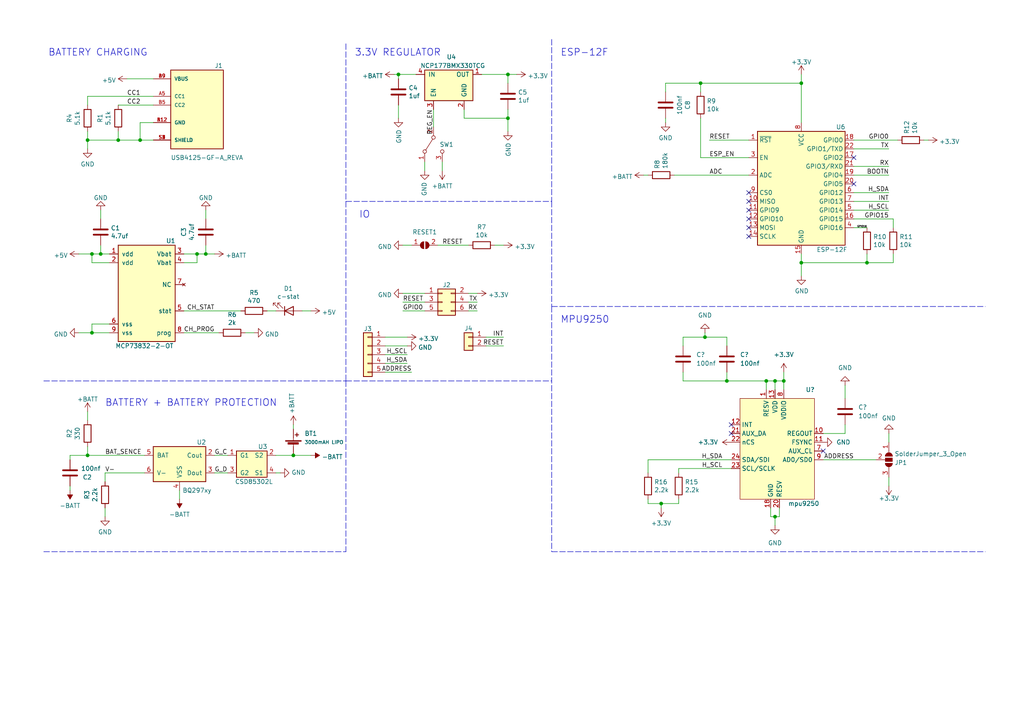
<source format=kicad_sch>
(kicad_sch (version 20211123) (generator eeschema)
  (paper "A4")
  (title_block (title "slime_minimax with bmi160") (date "2022-11-16") (rev "a"))
  (lib_symbols
    (symbol "Battery_Management:BQ297xy" (pin_names (offset 1.016))
      (property "Reference" "U" (at -6.35 6.35 0))
      (property "Value" "BQ297xy" (at 5.08 -6.35 0))
      (symbol "BQ297xy_0_1"
        (rectangle (start -7.62 5.08) (end 7.62 -5.08) (stroke (width 0.254)) (fill (type background)))
      )
      (symbol "BQ297xy_1_1"
        (pin no_connect line (at 7.62 0 180) (length 2.54) hide (name "NC") (number "1"))
        (pin output line (at 10.16 2.54 180) (length 2.54) (name "Cout") (number "2"))
        (pin output line (at 10.16 -2.54 180) (length 2.54) (name "Dout") (number "3"))
        (pin power_in line (at 0 -7.62 90) (length 2.54) (name "VSS") (number "4"))
        (pin input line (at -10.16 2.54 0) (length 2.54) (name "BAT") (number "5"))
        (pin input line (at -10.16 -2.54 0) (length 2.54) (name "V-") (number "6"))
      )
    )
    (symbol "Connector_Generic:Conn_01x02" (pin_names (offset 1.016) hide)
      (property "Reference" "J" (at 0 2.54 0))
      (property "Value" "Conn_01x02" (at 0 -5.08 0))
      (symbol "Conn_01x02_1_1"
        (rectangle (start -1.27 -2.413) (end 0 -2.667) (stroke (width 0.1524)))
        (rectangle (start -1.27 0.127) (end 0 -0.127) (stroke (width 0.1524)))
        (rectangle (start -1.27 1.27) (end 1.27 -3.81) (stroke (width 0.254)) (fill (type background)))
        (pin passive line (at -5.08 0 0) (length 3.81) (name "Pin_1") (number "1"))
        (pin passive line (at -5.08 -2.54 0) (length 3.81) (name "Pin_2") (number "2"))
      )
    )
    (symbol "Connector_Generic:Conn_01x05" (pin_names (offset 1.016) hide)
      (property "Reference" "J" (at 0 7.62 0))
      (property "Value" "Conn_01x05" (at 0 -7.62 0))
      (symbol "Conn_01x05_1_1"
        (rectangle (start -1.27 -4.953) (end 0 -5.207) (stroke (width 0.1524)))
        (rectangle (start -1.27 -2.413) (end 0 -2.667) (stroke (width 0.1524)))
        (rectangle (start -1.27 0.127) (end 0 -0.127) (stroke (width 0.1524)))
        (rectangle (start -1.27 2.667) (end 0 2.413) (stroke (width 0.1524)))
        (rectangle (start -1.27 5.207) (end 0 4.953) (stroke (width 0.1524)))
        (rectangle (start -1.27 6.35) (end 1.27 -6.35) (stroke (width 0.254)) (fill (type background)))
        (pin passive line (at -5.08 5.08 0) (length 3.81) (name "Pin_1") (number "1"))
        (pin passive line (at -5.08 2.54 0) (length 3.81) (name "Pin_2") (number "2"))
        (pin passive line (at -5.08 0 0) (length 3.81) (name "Pin_3") (number "3"))
        (pin passive line (at -5.08 -2.54 0) (length 3.81) (name "Pin_4") (number "4"))
        (pin passive line (at -5.08 -5.08 0) (length 3.81) (name "Pin_5") (number "5"))
      )
    )
    (symbol "Connector_Generic:Conn_02x03_Odd_Even" (pin_names (offset 1.016) hide)
      (property "Reference" "J" (at 1.27 5.08 0))
      (property "Value" "Conn_02x03_Odd_Even" (at 1.27 -5.08 0))
      (symbol "Conn_02x03_Odd_Even_1_1"
        (rectangle (start -1.27 -2.413) (end 0 -2.667) (stroke (width 0.1524)))
        (rectangle (start -1.27 0.127) (end 0 -0.127) (stroke (width 0.1524)))
        (rectangle (start -1.27 2.667) (end 0 2.413) (stroke (width 0.1524)))
        (rectangle (start -1.27 3.81) (end 3.81 -3.81) (stroke (width 0.254)) (fill (type background)))
        (rectangle (start 3.81 -2.413) (end 2.54 -2.667) (stroke (width 0.1524)))
        (rectangle (start 3.81 0.127) (end 2.54 -0.127) (stroke (width 0.1524)))
        (rectangle (start 3.81 2.667) (end 2.54 2.413) (stroke (width 0.1524)))
        (pin passive line (at -5.08 2.54 0) (length 3.81) (name "Pin_1") (number "1"))
        (pin passive line (at 7.62 2.54 180) (length 3.81) (name "Pin_2") (number "2"))
        (pin passive line (at -5.08 0 0) (length 3.81) (name "Pin_3") (number "3"))
        (pin passive line (at 7.62 0 180) (length 3.81) (name "Pin_4") (number "4"))
        (pin passive line (at -5.08 -2.54 0) (length 3.81) (name "Pin_5") (number "5"))
        (pin passive line (at 7.62 -2.54 180) (length 3.81) (name "Pin_6") (number "6"))
      )
    )
    (symbol "Device:Battery_Cell" (pin_numbers hide) (pin_names (offset 0) hide)
      (property "Reference" "BT" (at 2.54 2.54 0))
      (property "Value" "Battery_Cell" (at 2.54 0 0))
      (symbol "Battery_Cell_0_1"
        (rectangle (start -2.286 1.778) (end 2.286 1.524) (fill (type outline)))
        (rectangle (start -1.5748 1.1938) (end 1.4732 0.6858) (fill (type outline)))
        (polyline (pts (xy 0 0.762) (xy 0 0)))
        (polyline (pts (xy 0 1.778) (xy 0 2.54)))
        (polyline (pts (xy 0.508 3.429) (xy 1.524 3.429)) (stroke (width 0.254)))
        (polyline (pts (xy 1.016 3.937) (xy 1.016 2.921)) (stroke (width 0.254)))
      )
      (symbol "Battery_Cell_1_1"
        (pin passive line (at 0 5.08 270) (length 2.54) (name "+") (number "1"))
        (pin passive line (at 0 -2.54 90) (length 2.54) (name "-") (number "2"))
      )
    )
    (symbol "Device:C" (pin_numbers hide) (pin_names (offset 0.254))
      (property "Reference" "C" (at 0.635 2.54 0))
      (property "Value" "C" (at 0.635 -2.54 0))
      (symbol "C_0_1"
        (polyline (pts (xy -2.032 -0.762) (xy 2.032 -0.762)) (stroke (width 0.508)))
        (polyline (pts (xy -2.032 0.762) (xy 2.032 0.762)) (stroke (width 0.508)))
      )
      (symbol "C_1_1"
        (pin passive line (at 0 3.81 270) (length 2.794) (name "~") (number "1"))
        (pin passive line (at 0 -3.81 90) (length 2.794) (name "~") (number "2"))
      )
    )
    (symbol "Device:LED" (pin_numbers hide) (pin_names (offset 1.016) hide)
      (property "Reference" "D" (at 0 2.54 0))
      (property "Value" "LED" (at 0 -2.54 0))
      (symbol "LED_0_1"
        (polyline (pts (xy -1.27 -1.27) (xy -1.27 1.27)) (stroke (width 0.254)))
        (polyline (pts (xy -1.27 0) (xy 1.27 0)))
        (polyline (pts (xy 1.27 -1.27) (xy 1.27 1.27) (xy -1.27 0) (xy 1.27 -1.27)) (stroke (width 0.254)))
        (polyline (pts (xy -3.048 -0.762) (xy -4.572 -2.286) (xy -3.81 -2.286) (xy -4.572 -2.286) (xy -4.572 -1.524)))
        (polyline (pts (xy -1.778 -0.762) (xy -3.302 -2.286) (xy -2.54 -2.286) (xy -3.302 -2.286) (xy -3.302 -1.524)))
      )
      (symbol "LED_1_1"
        (pin passive line (at -3.81 0 0) (length 2.54) (name "K") (number "1"))
        (pin passive line (at 3.81 0 180) (length 2.54) (name "A") (number "2"))
      )
    )
    (symbol "Device:R" (pin_numbers hide) (pin_names (offset 0))
      (property "Reference" "R" (at 2.032 0 90))
      (property "Value" "R" (at 0 0 90))
      (symbol "R_0_1"
        (rectangle (start -1.016 -2.54) (end 1.016 2.54) (stroke (width 0.254)))
      )
      (symbol "R_1_1"
        (pin passive line (at 0 3.81 270) (length 1.27) (name "~") (number "1"))
        (pin passive line (at 0 -3.81 90) (length 1.27) (name "~") (number "2"))
      )
    )
    (symbol "Jumper:SolderJumper_2_Open" (pin_names (offset 0) hide)
      (property "Reference" "JP" (at 0 2.032 0))
      (property "Value" "SolderJumper_2_Open" (at 0 -2.54 0))
      (symbol "SolderJumper_2_Open_0_1"
        (arc (start -0.254 1.016) (mid -1.27 0) (end -0.254 -1.016))
        (arc (start -0.254 1.016) (mid -1.27 0) (end -0.254 -1.016) (fill (type outline)))
        (polyline (pts (xy -0.254 1.016) (xy -0.254 -1.016)))
        (polyline (pts (xy 0.254 1.016) (xy 0.254 -1.016)))
        (arc (start 0.254 -1.016) (mid 1.27 0) (end 0.254 1.016))
        (arc (start 0.254 -1.016) (mid 1.27 0) (end 0.254 1.016) (fill (type outline)))
      )
      (symbol "SolderJumper_2_Open_1_1"
        (pin passive line (at -3.81 0 0) (length 2.54) (name "A") (number "1"))
        (pin passive line (at 3.81 0 180) (length 2.54) (name "B") (number "2"))
      )
    )
    (symbol "Jumper:SolderJumper_3_Open" (pin_names (offset 0) hide)
      (property "Reference" "JP" (at -2.54 -2.54 0))
      (property "Value" "SolderJumper_3_Open" (at 0 2.794 0))
      (symbol "SolderJumper_3_Open_0_1"
        (arc (start -1.016 1.016) (mid -2.032 0) (end -1.016 -1.016))
        (arc (start -1.016 1.016) (mid -2.032 0) (end -1.016 -1.016) (fill (type outline)))
        (rectangle (start -0.508 1.016) (end 0.508 -1.016) (fill (type outline)))
        (polyline (pts (xy -2.54 0) (xy -2.032 0)))
        (polyline (pts (xy -1.016 1.016) (xy -1.016 -1.016)))
        (polyline (pts (xy 0 -1.27) (xy 0 -1.016)))
        (polyline (pts (xy 1.016 1.016) (xy 1.016 -1.016)))
        (polyline (pts (xy 2.54 0) (xy 2.032 0)))
        (arc (start 1.016 -1.016) (mid 2.032 0) (end 1.016 1.016))
        (arc (start 1.016 -1.016) (mid 2.032 0) (end 1.016 1.016) (fill (type outline)))
      )
      (symbol "SolderJumper_3_Open_1_1"
        (pin passive line (at -5.08 0 0) (length 2.54) (name "A") (number "1"))
        (pin passive line (at 0 -3.81 90) (length 2.54) (name "C") (number "2"))
        (pin passive line (at 5.08 0 180) (length 2.54) (name "B") (number "3"))
      )
    )
    (symbol "RF_Module:ESP-12E"
      (property "Reference" "U" (at -12.7 19.05 0))
      (property "Value" "ESP-12E" (at 12.7 19.05 0))
      (symbol "ESP-12E_0_1"
        (rectangle (start -12.7 17.78) (end 12.7 -15.24) (stroke (width 0.254)) (fill (type background)))
      )
      (symbol "ESP-12E_1_1"
        (pin input line (at -15.24 15.24 0) (length 2.54) (name "~{RST}") (number "1"))
        (pin bidirectional line (at -15.24 -2.54 0) (length 2.54) (name "MISO") (number "10"))
        (pin bidirectional line (at -15.24 -5.08 0) (length 2.54) (name "GPIO9") (number "11"))
        (pin bidirectional line (at -15.24 -7.62 0) (length 2.54) (name "GPIO10") (number "12"))
        (pin bidirectional line (at -15.24 -10.16 0) (length 2.54) (name "MOSI") (number "13"))
        (pin bidirectional line (at -15.24 -12.7 0) (length 2.54) (name "SCLK") (number "14"))
        (pin power_in line (at 0 -17.78 90) (length 2.54) (name "GND") (number "15"))
        (pin bidirectional line (at 15.24 -7.62 180) (length 2.54) (name "GPIO15") (number "16"))
        (pin bidirectional line (at 15.24 10.16 180) (length 2.54) (name "GPIO2") (number "17"))
        (pin bidirectional line (at 15.24 15.24 180) (length 2.54) (name "GPIO0") (number "18"))
        (pin bidirectional line (at 15.24 5.08 180) (length 2.54) (name "GPIO4") (number "19"))
        (pin input line (at -15.24 5.08 0) (length 2.54) (name "ADC") (number "2"))
        (pin bidirectional line (at 15.24 2.54 180) (length 2.54) (name "GPIO5") (number "20"))
        (pin bidirectional line (at 15.24 7.62 180) (length 2.54) (name "GPIO3/RXD") (number "21"))
        (pin bidirectional line (at 15.24 12.7 180) (length 2.54) (name "GPIO1/TXD") (number "22"))
        (pin input line (at -15.24 10.16 0) (length 2.54) (name "EN") (number "3"))
        (pin bidirectional line (at 15.24 -10.16 180) (length 2.54) (name "GPIO16") (number "4"))
        (pin bidirectional line (at 15.24 -5.08 180) (length 2.54) (name "GPIO14") (number "5"))
        (pin bidirectional line (at 15.24 0 180) (length 2.54) (name "GPIO12") (number "6"))
        (pin bidirectional line (at 15.24 -2.54 180) (length 2.54) (name "GPIO13") (number "7"))
        (pin power_in line (at 0 20.32 270) (length 2.54) (name "VCC") (number "8"))
        (pin input line (at -15.24 0 0) (length 2.54) (name "CS0") (number "9"))
      )
    )
    (symbol "Switch:SW_SPDT" (pin_names (offset 0) hide)
      (property "Reference" "SW" (at 0 4.318 0))
      (property "Value" "SW_SPDT" (at 0 -5.08 0))
      (symbol "SW_SPDT_0_0"
        (circle (center -2.032 0) (radius 0.508))
        (circle (center 2.032 -2.54) (radius 0.508))
      )
      (symbol "SW_SPDT_0_1"
        (polyline (pts (xy -1.524 0.254) (xy 1.651 2.286)))
        (circle (center 2.032 2.54) (radius 0.508))
      )
      (symbol "SW_SPDT_1_1"
        (pin passive line (at 5.08 2.54 180) (length 2.54) (name "A") (number "1"))
        (pin passive line (at -5.08 0 0) (length 2.54) (name "B") (number "2"))
        (pin passive line (at 5.08 -2.54 180) (length 2.54) (name "C") (number "3"))
      )
    )
    (symbol "mpu9250:mpu9250"
      (property "Reference" "U" (at 0 0 0))
      (property "Value" "mpu9250" (at 0 2.54 0))
      (symbol "mpu9250_0_1"
        (rectangle (start -2.54 -8.89) (end 19.05 -38.1) (fill (type background)))
      )
      (symbol "mpu9250_1_1"
        (pin free line (at 5.08 -6.35 270) (length 2.54) (name "RESV") (number "1"))
        (pin output line (at 21.59 -19.05 180) (length 2.54) (name "REGOUT") (number "10"))
        (pin output line (at 21.59 -21.59 180) (length 2.54) (name "FSYNC") (number "11"))
        (pin input line (at -5.08 -16.51 0) (length 2.54) (name "INT") (number "12"))
        (pin power_in line (at 7.62 -6.35 270) (length 2.54) (name "VDD") (number "13"))
        (pin no_connect line (at -1.27 -6.35 270) (length 2.54) hide (name "NC") (number "14"))
        (pin no_connect line (at -1.27 -6.35 270) (length 2.54) hide (name "NC") (number "15"))
        (pin no_connect line (at -1.27 -6.35 270) (length 2.54) hide (name "NC") (number "16"))
        (pin no_connect line (at -1.27 -6.35 270) (length 2.54) hide (name "NC") (number "17"))
        (pin power_in line (at 6.35 -40.64 90) (length 2.54) (name "GND") (number "18"))
        (pin free line (at -1.27 -6.35 270) (length 2.54) hide (name "RESV") (number "19"))
        (pin no_connect line (at -1.27 -6.35 270) (length 2.54) hide (name "NC") (number "2"))
        (pin free line (at 8.89 -40.64 90) (length 2.54) (name "RESV") (number "20"))
        (pin input line (at -5.08 -19.05 0) (length 2.54) (name "AUX_DA") (number "21"))
        (pin input line (at -5.08 -21.59 0) (length 2.54) (name "nCS") (number "22"))
        (pin bidirectional line (at -5.08 -29.21 0) (length 2.54) (name "SCL/SCLK") (number "23"))
        (pin bidirectional line (at -5.08 -26.67 0) (length 2.54) (name "SDA/SDI") (number "24"))
        (pin no_connect line (at -1.27 -6.35 270) (length 2.54) hide (name "NC") (number "3"))
        (pin no_connect line (at -1.27 -6.35 270) (length 2.54) hide (name "NC") (number "4"))
        (pin no_connect line (at -1.27 -6.35 270) (length 2.54) hide (name "NC") (number "5"))
        (pin no_connect line (at -1.27 -6.35 270) (length 2.54) hide (name "NC") (number "6"))
        (pin output line (at 21.59 -24.13 180) (length 2.54) (name "AUX_CL") (number "7"))
        (pin power_in line (at 10.16 -6.35 270) (length 2.54) (name "VDDIO") (number "8"))
        (pin input line (at 21.59 -26.67 180) (length 2.54) (name "AD0/SD0") (number "9"))
      )
    )
    (symbol "power:+3.3V" (power) (pin_names (offset 0))
      (property "Value" "+3.3V" (at 0 3.556 0))
      (symbol "+3.3V_0_1"
        (polyline (pts (xy -0.762 1.27) (xy 0 2.54)))
        (polyline (pts (xy 0 0) (xy 0 2.54)))
        (polyline (pts (xy 0 2.54) (xy 0.762 1.27)))
      )
      (symbol "+3.3V_1_1"
        (pin power_in line (at 0 0 90) (length 0) hide (name "+3.3V") (number "1"))
      )
    )
    (symbol "power:+5V" (power) (pin_names (offset 0))
      (property "Value" "+5V" (at 0 3.556 0))
      (symbol "+5V_0_1"
        (polyline (pts (xy -0.762 1.27) (xy 0 2.54)))
        (polyline (pts (xy 0 0) (xy 0 2.54)))
        (polyline (pts (xy 0 2.54) (xy 0.762 1.27)))
      )
      (symbol "+5V_1_1"
        (pin power_in line (at 0 0 90) (length 0) hide (name "+5V") (number "1"))
      )
    )
    (symbol "power:+BATT" (power) (pin_names (offset 0))
      (property "Value" "+BATT" (at 0 3.556 0))
      (symbol "+BATT_0_1"
        (polyline (pts (xy -0.762 1.27) (xy 0 2.54)))
        (polyline (pts (xy 0 0) (xy 0 2.54)))
        (polyline (pts (xy 0 2.54) (xy 0.762 1.27)))
      )
      (symbol "+BATT_1_1"
        (pin power_in line (at 0 0 90) (length 0) hide (name "+BATT") (number "1"))
      )
    )
    (symbol "power:-BATT" (power) (pin_names (offset 0))
      (property "Value" "-BATT" (at 0 3.556 0))
      (symbol "-BATT_0_1"
        (polyline (pts (xy 0 0) (xy 0 2.54)))
        (polyline (pts (xy 0.762 1.27) (xy -0.762 1.27) (xy 0 2.54) (xy 0.762 1.27)) (fill (type outline)))
      )
      (symbol "-BATT_1_1"
        (pin power_in line (at 0 0 90) (length 0) hide (name "-BATT") (number "1"))
      )
    )
    (symbol "power:GND" (power) (pin_names (offset 0))
      (property "Value" "GND" (at 0 -3.81 0))
      (symbol "GND_0_1"
        (polyline (pts (xy 0 0) (xy 0 -1.27) (xy 1.27 -1.27) (xy 0 -2.54) (xy -1.27 -1.27) (xy 0 -1.27)))
      )
      (symbol "GND_1_1"
        (pin power_in line (at 0 0 270) (length 0) hide (name "GND") (number "1"))
      )
    )
    (symbol "slime-rescue:CSD85302L-Transistor_FET" (pin_names (offset 1.016))
      (property "Reference" "U" (at 0 0 0))
      (property "Value" "CSD85302L-Transistor_FET" (at 0 0 0))
      (symbol "CSD85302L-Transistor_FET_0_1"
        (rectangle (start -5.08 -3.81) (end 3.81 -11.43) (stroke (width 0.254)) (fill (type background)))
      )
      (symbol "CSD85302L-Transistor_FET_1_1"
        (pin input line (at -7.62 -5.08 0) (length 2.54) (name "G1") (number "1"))
        (pin input line (at 6.35 -5.08 180) (length 2.54) (name "S2") (number "2"))
        (pin input line (at -7.62 -10.16 0) (length 2.54) (name "G2") (number "3"))
        (pin input line (at 6.35 -10.16 180) (length 2.54) (name "S1") (number "4"))
      )
    )
    (symbol "slime-rescue:MCP73832-2-OT-Battery_Management" (pin_names (offset 1.016))
      (property "Reference" "U" (at -7.62 6.35 0))
      (property "Value" "MCP73832-2-OT-Battery_Management" (at 1.27 6.35 0))
      (symbol "MCP73832-2-OT-Battery_Management_0_1"
        (rectangle (start -7.62 5.08) (end 8.89 -22.86) (stroke (width 0.254)) (fill (type background)))
      )
      (symbol "MCP73832-2-OT-Battery_Management_1_1"
        (pin power_in line (at -10.16 2.54 0) (length 2.54) (name "vdd") (number "1"))
        (pin power_in line (at -10.16 0 0) (length 2.54) (name "vdd") (number "2"))
        (pin input line (at 11.43 2.54 180) (length 2.54) (name "Vbat") (number "3"))
        (pin input line (at 11.43 0 180) (length 2.54) (name "Vbat") (number "4"))
        (pin input line (at 11.43 -13.97 180) (length 2.54) (name "stat") (number "5"))
        (pin power_out line (at -10.16 -17.78 0) (length 2.54) (name "vss") (number "6"))
        (pin no_connect line (at 11.43 -6.35 180) (length 2.54) (name "NC") (number "7"))
        (pin input line (at 11.43 -20.32 180) (length 2.54) (name "prog") (number "8"))
        (pin power_out line (at -10.16 -20.32 0) (length 2.54) (name "vss") (number "9"))
      )
    )
    (symbol "slime-rescue:NCP177BMX330TCG-Regulator_Linear" (pin_names (offset 1.016))
      (property "Reference" "U" (at 1.27 8.89 0))
      (property "Value" "NCP177BMX330TCG-Regulator_Linear" (at 1.27 6.35 0))
      (symbol "NCP177BMX330TCG-Regulator_Linear_0_1"
        (rectangle (start -5.08 3.81) (end 8.89 -5.08) (stroke (width 0.254)) (fill (type background)))
      )
      (symbol "NCP177BMX330TCG-Regulator_Linear_1_1"
        (pin power_out line (at 11.43 2.54 180) (length 2.54) (name "OUT") (number "1"))
        (pin power_in line (at 6.35 -7.62 90) (length 2.54) (name "GND") (number "2"))
        (pin input line (at -2.54 -7.62 90) (length 2.54) (name "EN") (number "3"))
        (pin power_in line (at -7.62 2.54 0) (length 2.54) (name "IN") (number "4"))
      )
    )
    (symbol "slime-rescue:USB4125-GF-A_REVA-USB4125-GF-A_REVA" (pin_names (offset 1.016))
      (property "Reference" "J" (at -7.62 10.922 0))
      (property "Value" "USB4125-GF-A_REVA-USB4125-GF-A_REVA" (at -7.62 -13.462 0))
      (symbol "USB4125-GF-A_REVA-USB4125-GF-A_REVA_0_0"
        (rectangle (start -7.62 -12.7) (end 7.62 10.16) (stroke (width 0.254)) (fill (type background)))
        (pin power_in line (at -12.7 -5.08 0) (length 5.08) (name "GND") (number "A12"))
        (pin bidirectional line (at -12.7 2.54 0) (length 5.08) (name "CC1") (number "A5"))
        (pin power_in line (at -12.7 7.62 0) (length 5.08) (name "VBUS") (number "A9"))
        (pin power_in line (at -12.7 -5.08 0) (length 5.08) (name "GND") (number "B12"))
        (pin bidirectional line (at -12.7 0 0) (length 5.08) (name "CC2") (number "B5"))
        (pin power_in line (at -12.7 7.62 0) (length 5.08) (name "VBUS") (number "B9"))
        (pin passive line (at -12.7 -10.16 0) (length 5.08) (name "SHIELD") (number "S1"))
        (pin passive line (at -12.7 -10.16 0) (length 5.08) (name "SHIELD") (number "S2"))
        (pin passive line (at -12.7 -10.16 0) (length 5.08) (name "SHIELD") (number "S3"))
        (pin passive line (at -12.7 -10.16 0) (length 5.08) (name "SHIELD") (number "S4"))
      )
    )
  )
  (junction (at 29.21 73.66))
  (junction (at 59.69 73.66))
  (junction (at 85.09 132.08))
  (junction (at 26.67 73.66))
  (junction (at 25.4 132.08))
  (junction (at 26.67 96.52))
  (junction (at 222.25 110.49))
  (junction (at 203.2 24.13))
  (junction (at 204.47 97.79))
  (junction (at 251.46 76.2))
  (junction (at 224.79 149.86))
  (junction (at 210.82 110.49))
  (junction (at 57.15 73.66))
  (junction (at 147.32 21.59))
  (junction (at 227.33 110.49))
  (junction (at 191.77 146.05))
  (junction (at 34.29 40.64))
  (junction (at 25.4 40.64))
  (junction (at 147.32 34.29))
  (junction (at 232.41 24.13))
  (junction (at 40.64 40.64))
  (junction (at 115.57 21.59))
  (junction (at 232.41 76.2))
  (junction (at 224.79 110.49))
  (no_connect (at 238.76 130.81))
  (no_connect (at 212.09 125.73))
  (no_connect (at 217.17 66.04))
  (no_connect (at 217.17 55.88))
  (no_connect (at 247.65 53.34))
  (no_connect (at 217.17 68.58))
  (no_connect (at 217.17 60.96))
  (no_connect (at 217.17 63.5))
  (no_connect (at 212.09 123.19))
  (no_connect (at 247.65 45.72))
  (no_connect (at 217.17 58.42))
  (wire (pts (xy 147.32 21.59) (xy 149.86 21.59)))
  (wire (pts (xy 57.15 73.66) (xy 57.15 76.2)))
  (wire (pts (xy 62.23 132.08) (xy 66.04 132.08)))
  (wire (pts (xy 210.82 107.95) (xy 210.82 110.49)))
  (wire (pts (xy 59.69 73.66) (xy 62.23 73.66)))
  (wire (pts (xy 227.33 113.03) (xy 227.33 110.49)))
  (wire (pts (xy 36.83 22.86) (xy 44.45 22.86)))
  (wire (pts (xy 147.32 31.75) (xy 147.32 34.29)))
  (wire (pts (xy 123.19 46.99) (xy 123.19 49.53)))
  (wire (pts (xy 247.65 58.42) (xy 257.81 58.42)))
  (wire (pts (xy 191.77 146.05) (xy 187.96 146.05)))
  (wire (pts (xy 115.57 30.48) (xy 115.57 34.29)))
  (wire (pts (xy 257.81 140.97) (xy 257.81 138.43)))
  (wire (pts (xy 196.85 146.05) (xy 191.77 146.05)))
  (wire (pts (xy 247.65 55.88) (xy 257.81 55.88)))
  (wire (pts (xy 25.4 40.64) (xy 34.29 40.64)))
  (wire (pts (xy 245.11 125.73) (xy 245.11 123.19)))
  (wire (pts (xy 227.33 107.95) (xy 227.33 110.49)))
  (polyline (pts (xy 160.02 11.43) (xy 160.02 58.42)))
  (wire (pts (xy 53.34 96.52) (xy 63.5 96.52)))
  (wire (pts (xy 259.08 76.2) (xy 259.08 73.66)))
  (wire (pts (xy 31.75 93.98) (xy 26.67 93.98)))
  (wire (pts (xy 147.32 24.13) (xy 147.32 21.59)))
  (wire (pts (xy 128.27 46.99) (xy 128.27 49.53)))
  (wire (pts (xy 62.23 137.16) (xy 66.04 137.16)))
  (wire (pts (xy 186.69 50.8) (xy 187.96 50.8)))
  (wire (pts (xy 198.12 110.49) (xy 210.82 110.49)))
  (wire (pts (xy 245.11 111.76) (xy 245.11 115.57)))
  (wire (pts (xy 29.21 60.96) (xy 29.21 63.5)))
  (wire (pts (xy 187.96 133.35) (xy 187.96 137.16)))
  (wire (pts (xy 191.77 146.05) (xy 191.77 147.32)))
  (wire (pts (xy 247.65 66.04) (xy 251.46 66.04)))
  (wire (pts (xy 87.63 90.17) (xy 90.17 90.17)))
  (wire (pts (xy 116.84 87.63) (xy 123.19 87.63)))
  (wire (pts (xy 111.76 105.41) (xy 118.11 105.41)))
  (polyline (pts (xy 100.33 58.42) (xy 160.02 58.42)))
  (wire (pts (xy 143.51 71.12) (xy 146.05 71.12)))
  (polyline (pts (xy 100.33 110.49) (xy 100.33 160.02)))
  (wire (pts (xy 40.64 40.64) (xy 44.45 40.64)))
  (wire (pts (xy 232.41 21.59) (xy 232.41 24.13)))
  (wire (pts (xy 212.09 133.35) (xy 187.96 133.35)))
  (wire (pts (xy 140.97 100.33) (xy 146.05 100.33)))
  (wire (pts (xy 114.3 21.59) (xy 115.57 21.59)))
  (wire (pts (xy 80.01 132.08) (xy 85.09 132.08)))
  (polyline (pts (xy 100.33 110.49) (xy 160.02 110.49)))
  (wire (pts (xy 34.29 38.1) (xy 34.29 40.64)))
  (wire (pts (xy 34.29 40.64) (xy 40.64 40.64)))
  (wire (pts (xy 224.79 149.86) (xy 226.06 149.86)))
  (wire (pts (xy 140.97 97.79) (xy 146.05 97.79)))
  (wire (pts (xy 247.65 40.64) (xy 260.35 40.64)))
  (wire (pts (xy 135.89 90.17) (xy 138.43 90.17)))
  (wire (pts (xy 116.84 85.09) (xy 123.19 85.09)))
  (wire (pts (xy 26.67 93.98) (xy 26.67 96.52)))
  (wire (pts (xy 53.34 76.2) (xy 57.15 76.2)))
  (wire (pts (xy 193.04 34.29) (xy 193.04 35.56)))
  (wire (pts (xy 34.29 30.48) (xy 44.45 30.48)))
  (wire (pts (xy 267.97 40.64) (xy 269.24 40.64)))
  (wire (pts (xy 22.86 73.66) (xy 26.67 73.66)))
  (polyline (pts (xy 160.02 88.9) (xy 160.02 160.02)))
  (wire (pts (xy 20.32 132.08) (xy 25.4 132.08)))
  (wire (pts (xy 22.86 96.52) (xy 26.67 96.52)))
  (wire (pts (xy 25.4 27.94) (xy 25.4 30.48)))
  (wire (pts (xy 116.84 71.12) (xy 119.38 71.12)))
  (wire (pts (xy 210.82 110.49) (xy 222.25 110.49)))
  (wire (pts (xy 53.34 90.17) (xy 69.85 90.17)))
  (wire (pts (xy 232.41 73.66) (xy 232.41 76.2)))
  (wire (pts (xy 187.96 146.05) (xy 187.96 144.78)))
  (wire (pts (xy 26.67 73.66) (xy 29.21 73.66)))
  (wire (pts (xy 20.32 140.97) (xy 20.32 142.24)))
  (wire (pts (xy 193.04 26.67) (xy 193.04 24.13)))
  (wire (pts (xy 26.67 73.66) (xy 26.67 76.2)))
  (wire (pts (xy 198.12 97.79) (xy 204.47 97.79)))
  (polyline (pts (xy 12.7 160.02) (xy 100.33 160.02)))
  (wire (pts (xy 57.15 73.66) (xy 59.69 73.66)))
  (polyline (pts (xy 100.33 12.7) (xy 100.33 110.49)))
  (wire (pts (xy 25.4 132.08) (xy 41.91 132.08)))
  (wire (pts (xy 224.79 110.49) (xy 222.25 110.49)))
  (wire (pts (xy 257.81 128.27) (xy 257.81 125.73)))
  (wire (pts (xy 30.48 137.16) (xy 41.91 137.16)))
  (wire (pts (xy 224.79 149.86) (xy 224.79 152.4)))
  (wire (pts (xy 222.25 110.49) (xy 222.25 113.03)))
  (polyline (pts (xy 160.02 88.9) (xy 285.75 88.9)))
  (wire (pts (xy 223.52 149.86) (xy 224.79 149.86)))
  (wire (pts (xy 212.09 135.89) (xy 196.85 135.89)))
  (wire (pts (xy 25.4 38.1) (xy 25.4 40.64)))
  (wire (pts (xy 80.01 137.16) (xy 81.28 137.16)))
  (wire (pts (xy 115.57 21.59) (xy 120.65 21.59)))
  (wire (pts (xy 125.73 31.75) (xy 125.73 36.83)))
  (wire (pts (xy 111.76 102.87) (xy 118.11 102.87)))
  (wire (pts (xy 116.84 90.17) (xy 123.19 90.17)))
  (wire (pts (xy 59.69 71.12) (xy 59.69 73.66)))
  (wire (pts (xy 238.76 125.73) (xy 245.11 125.73)))
  (wire (pts (xy 30.48 137.16) (xy 30.48 139.7)))
  (polyline (pts (xy 160.02 160.02) (xy 285.75 160.02)))
  (wire (pts (xy 204.47 97.79) (xy 210.82 97.79)))
  (wire (pts (xy 134.62 34.29) (xy 147.32 34.29)))
  (wire (pts (xy 223.52 147.32) (xy 223.52 149.86)))
  (wire (pts (xy 227.33 110.49) (xy 224.79 110.49)))
  (wire (pts (xy 203.2 45.72) (xy 217.17 45.72)))
  (wire (pts (xy 224.79 110.49) (xy 224.79 113.03)))
  (wire (pts (xy 203.2 24.13) (xy 232.41 24.13)))
  (wire (pts (xy 115.57 21.59) (xy 115.57 22.86)))
  (wire (pts (xy 29.21 71.12) (xy 29.21 73.66)))
  (wire (pts (xy 254 133.35) (xy 238.76 133.35)))
  (wire (pts (xy 85.09 132.08) (xy 90.17 132.08)))
  (wire (pts (xy 26.67 76.2) (xy 31.75 76.2)))
  (polyline (pts (xy 12.7 110.49) (xy 100.33 110.49)))
  (wire (pts (xy 85.09 123.19) (xy 85.09 124.46)))
  (wire (pts (xy 247.65 43.18) (xy 257.81 43.18)))
  (wire (pts (xy 203.2 24.13) (xy 203.2 26.67)))
  (wire (pts (xy 210.82 97.79) (xy 210.82 100.33)))
  (wire (pts (xy 198.12 100.33) (xy 198.12 97.79)))
  (wire (pts (xy 25.4 40.64) (xy 25.4 43.18)))
  (wire (pts (xy 247.65 60.96) (xy 257.81 60.96)))
  (wire (pts (xy 226.06 149.86) (xy 226.06 147.32)))
  (wire (pts (xy 196.85 135.89) (xy 196.85 137.16)))
  (polyline (pts (xy 160.02 58.42) (xy 160.02 88.9)))
  (wire (pts (xy 44.45 35.56) (xy 40.64 35.56)))
  (wire (pts (xy 29.21 73.66) (xy 31.75 73.66)))
  (wire (pts (xy 77.47 90.17) (xy 80.01 90.17)))
  (wire (pts (xy 139.7 21.59) (xy 147.32 21.59)))
  (wire (pts (xy 198.12 107.95) (xy 198.12 110.49)))
  (wire (pts (xy 135.89 87.63) (xy 138.43 87.63)))
  (wire (pts (xy 204.47 96.52) (xy 204.47 97.79)))
  (wire (pts (xy 111.76 97.79) (xy 118.11 97.79)))
  (wire (pts (xy 147.32 34.29) (xy 147.32 38.1)))
  (wire (pts (xy 205.74 40.64) (xy 217.17 40.64)))
  (wire (pts (xy 196.85 144.78) (xy 196.85 146.05)))
  (wire (pts (xy 259.08 63.5) (xy 259.08 66.04)))
  (wire (pts (xy 26.67 96.52) (xy 31.75 96.52)))
  (wire (pts (xy 71.12 96.52) (xy 73.66 96.52)))
  (wire (pts (xy 247.65 50.8) (xy 257.81 50.8)))
  (wire (pts (xy 217.17 50.8) (xy 195.58 50.8)))
  (wire (pts (xy 53.34 73.66) (xy 57.15 73.66)))
  (wire (pts (xy 135.89 85.09) (xy 138.43 85.09)))
  (wire (pts (xy 25.4 119.38) (xy 25.4 121.92)))
  (wire (pts (xy 251.46 73.66) (xy 251.46 76.2)))
  (wire (pts (xy 247.65 63.5) (xy 259.08 63.5)))
  (wire (pts (xy 40.64 35.56) (xy 40.64 40.64)))
  (wire (pts (xy 25.4 129.54) (xy 25.4 132.08)))
  (wire (pts (xy 247.65 48.26) (xy 257.81 48.26)))
  (wire (pts (xy 232.41 24.13) (xy 232.41 35.56)))
  (wire (pts (xy 232.41 76.2) (xy 251.46 76.2)))
  (wire (pts (xy 59.69 60.96) (xy 59.69 63.5)))
  (wire (pts (xy 127 71.12) (xy 135.89 71.12)))
  (wire (pts (xy 111.76 107.95) (xy 119.38 107.95)))
  (wire (pts (xy 134.62 31.75) (xy 134.62 34.29)))
  (wire (pts (xy 193.04 24.13) (xy 203.2 24.13)))
  (wire (pts (xy 232.41 76.2) (xy 232.41 80.01)))
  (wire (pts (xy 52.07 142.24) (xy 52.07 144.78)))
  (wire (pts (xy 30.48 147.32) (xy 30.48 149.86)))
  (wire (pts (xy 203.2 34.29) (xy 203.2 45.72)))
  (wire (pts (xy 111.76 100.33) (xy 118.11 100.33)))
  (wire (pts (xy 251.46 76.2) (xy 259.08 76.2)))
  (wire (pts (xy 44.45 27.94) (xy 25.4 27.94)))
  (wire (pts (xy 20.32 132.08) (xy 20.32 133.35)))
  (text "3.3V REGULATOR" (at 102.87 16.51 0) (effects (font (size 2 2)) (justify left bottom)))
  (text "ESP-12F" (at 162.56 16.51 0) (effects (font (size 2 2)) (justify left bottom)))
  (text "BATTERY CHARGING" (at 13.97 16.51 0) (effects (font (size 2 2)) (justify left bottom)))
  (text "MPU9250" (at 162.56 93.98 0) (effects (font (size 2 2)) (justify left bottom)))
  (text "BATTERY + BATTERY PROTECTION" (at 30.48 118.11 0) (effects (font (size 2 2)) (justify left bottom)))
  (text "IO" (at 104.14 63.5 0) (effects (font (size 2 2)) (justify left bottom)))
  (label "INT" (at 257.81 58.42 180))
  (label "GPIO0" (at 257.81 40.64 180))
  (label "RESET" (at 146.05 100.33 180))
  (label "BOOTN" (at 257.81 50.8 180))
  (label "REG_EN" (at 125.73 31.75 270))
  (label "G_D" (at 62.23 137.16 0))
  (label "BAT_SENCE" (at 30.48 132.08 0))
  (label "INT" (at 146.05 97.79 180))
  (label "RESET" (at 116.84 87.63 0))
  (label "GPIO16" (at 251.46 66.04 180) (effects (font (size 0.5 0.5))))
  (label "CH_STAT" (at 62.23 90.17 180))
  (label "RESET" (at 128.27 71.12 0))
  (label "RESET" (at 205.74 40.64 0))
  (label "CC2" (at 36.83 30.48 0))
  (label "ESP_EN" (at 205.74 45.72 0))
  (label "H_SCL" (at 118.11 102.87 180))
  (label "ADC" (at 205.74 50.8 0))
  (label "H_SDA" (at 118.11 105.41 180))
  (label "CH_PROG" (at 62.23 96.52 180))
  (label "ADDRESS" (at 119.38 107.95 180))
  (label "TX" (at 138.43 87.63 180))
  (label "H_SCL" (at 209.55 135.89 180))
  (label "V-" (at 30.48 137.16 0))
  (label "H_SCL" (at 257.81 60.96 180))
  (label "GPIO0" (at 116.84 90.17 0))
  (label "ADDRESS" (at 247.65 133.35 180))
  (label "CC1" (at 36.83 27.94 0))
  (label "RX" (at 257.81 48.26 180))
  (label "TX" (at 257.81 43.18 180))
  (label "H_SDA" (at 209.55 133.35 180))
  (label "GPIO15" (at 257.81 63.5 180))
  (label "RX" (at 138.43 90.17 180))
  (label "G_C" (at 62.23 132.08 0))
  (label "H_SDA" (at 257.81 55.88 180))
  (symbol (lib_id "slime-rescue:MCP73832-2-OT-Battery_Management") (at 41.91 76.2 0) (unit 1)
    (property "Reference" "U1" (at 49.53 69.85 0))
    (property "Value" "MCP73832-2-OT" (at 41.91 100.33 0))
    (property "Footprint" "Package_DFN_QFN:DFN-8-1EP_2x3mm_P0.5mm_EP0.61x2.2mm" (effects hide))
    (property "Datasheet" "http://ww1.microchip.com/downloads/en/DeviceDoc/20001984g.pdf" (effects hide))
  )
  (symbol (lib_id "Device:Battery_Cell") (at 85.09 129.54 0) (unit 1)
    (property "Reference" "BT1" (at 90.17 125.73 0))
    (property "Value" "3000mAH LIPO" (at 93.98 128.27 0) (effects (font (size 1 1))))
  )
  (symbol (lib_id "Device:R") (at 67.31 96.52 270) (unit 1)
    (property "Reference" "R6" (at 67.31 91.2622 90))
    (property "Value" "2k" (at 67.31 93.5736 90))
    (property "Footprint" "Resistor_SMD:R_0402_1005Metric" (effects hide))
  )
  (symbol (lib_id "Device:R") (at 73.66 90.17 270) (unit 1)
    (property "Reference" "R5" (at 73.66 84.9122 90))
    (property "Value" "470" (at 73.66 87.2236 90))
    (property "Footprint" "Resistor_SMD:R_0402_1005Metric" (effects hide))
  )
  (symbol (lib_id "Device:LED") (at 83.82 90.17 0) (mirror x) (unit 1)
    (property "Reference" "D1" (at 83.6422 83.693 0))
    (property "Value" "c-stat" (at 83.6422 86.0044 0))
    (property "Footprint" "Diode_SMD:D_1206_3216Metric" (effects hide))
  )
  (symbol (lib_id "Device:C") (at 29.21 67.31 0) (unit 1)
    (property "Reference" "C1" (at 32.131 66.1416 0) (effects (justify left)))
    (property "Value" "4.7uf" (at 32.131 68.453 0) (effects (justify left)))
    (property "Footprint" "Capacitor_SMD:C_0603_1608Metric" (effects hide))
  )
  (symbol (lib_id "Device:C") (at 59.69 67.31 0) (mirror x) (unit 1)
    (property "Reference" "C3" (at 53.2892 67.31 90))
    (property "Value" "4.7uf" (at 55.6006 67.31 90))
    (property "Footprint" "Capacitor_SMD:C_0603_1608Metric" (effects hide))
  )
  (symbol (lib_id "slime-rescue:USB4125-GF-A_REVA-USB4125-GF-A_REVA") (at 57.15 30.48 0) (unit 1)
    (property "Reference" "J1" (at 62.23 19.05 0) (effects (justify left)))
    (property "Value" "USB4125-GF-A_REVA" (at 49.53 45.72 0) (effects (justify left)))
    (property "Footprint" "Connector_USB:GCT_USB4125-GF-A_REVA" (effects hide))
    (property "MANUFACTURER" "GCT" (effects hide))
    (property "STANDARD" "Manufacturer Recommendations" (effects hide))
    (property "PARTREV" "Rev A" (effects hide))
    (property "MAXIMUM_PACKAGE_HEIGHT" "3.16 mm" (effects hide))
  )
  (symbol (lib_id "Device:R") (at 25.4 34.29 0) (unit 1)
    (property "Reference" "R4" (at 20.1422 34.29 90))
    (property "Value" "5.1k" (at 22.4536 34.29 90))
    (property "Footprint" "Resistor_SMD:R_0402_1005Metric" (effects hide))
  )
  (symbol (lib_id "Device:R") (at 34.29 34.29 0) (unit 1)
    (property "Reference" "R1" (at 29.0322 34.29 90))
    (property "Value" "5.1k" (at 31.3436 34.29 90))
    (property "Footprint" "Resistor_SMD:R_0402_1005Metric" (effects hide))
  )
  (symbol (lib_id "Device:R") (at 187.96 140.97 0) (unit 1)
    (property "Reference" "R16" (at 189.738 139.8016 0) (effects (justify left)))
    (property "Value" "2.2k" (at 189.738 142.113 0) (effects (justify left)))
    (property "Footprint" "Resistor_SMD:R_0402_1005Metric" (effects hide))
  )
  (symbol (lib_id "Device:R") (at 196.85 140.97 0) (unit 1)
    (property "Reference" "R15" (at 198.628 139.8016 0) (effects (justify left)))
    (property "Value" "2.2k" (at 198.628 142.113 0) (effects (justify left)))
    (property "Footprint" "Resistor_SMD:R_0402_1005Metric" (effects hide))
  )
  (symbol (lib_id "Device:R") (at 191.77 50.8 90) (unit 1)
    (property "Reference" "R8" (at 190.6016 49.022 0) (effects (justify left)))
    (property "Value" "180k" (at 192.913 49.022 0) (effects (justify left)))
    (property "Footprint" "Resistor_SMD:R_0402_1005Metric" (effects hide))
  )
  (symbol (lib_id "Device:R") (at 139.7 71.12 270) (unit 1)
    (property "Reference" "R7" (at 139.7 65.8622 90))
    (property "Value" "10k" (at 139.7 68.1736 90))
    (property "Footprint" "Resistor_SMD:R_0402_1005Metric" (effects hide))
  )
  (symbol (lib_id "RF_Module:ESP-12E") (at 232.41 55.88 0) (unit 1)
    (property "Reference" "U6" (at 243.84 36.83 0))
    (property "Value" "ESP-12F" (at 241.3 72.39 0))
    (property "Footprint" "RF_Module:ESP-12E" (effects hide))
    (property "Datasheet" "http://wiki.ai-thinker.com/_media/esp8266/esp8266_series_modules_user_manual_v1.1.pdf" (effects hide))
  )
  (symbol (lib_id "power:GND") (at 232.41 80.01 0) (unit 1)
    (property "Reference" "#PWR014" (effects hide))
    (property "Value" "GND" (at 232.537 84.4042 0))
  )
  (symbol (lib_id "Device:C") (at 193.04 30.48 180) (unit 1)
    (property "Reference" "C8" (at 199.4408 30.48 90))
    (property "Value" "100nf" (at 197.1294 30.48 90))
    (property "Footprint" "Capacitor_SMD:C_0402_1005Metric" (effects hide))
  )
  (symbol (lib_id "Device:R") (at 203.2 30.48 0) (unit 1)
    (property "Reference" "R9" (at 204.978 29.3116 0) (effects (justify left)))
    (property "Value" "10k" (at 204.978 31.623 0) (effects (justify left)))
    (property "Footprint" "Resistor_SMD:R_0402_1005Metric" (effects hide))
  )
  (symbol (lib_id "Switch:SW_SPDT") (at 125.73 41.91 90) (mirror x) (unit 1)
    (property "Reference" "SW1" (at 129.54 41.91 90))
    (property "Value" "SW_SPDT" (effects hide))
    (property "Footprint" "Button_Switch_THT:A107673" (effects hide))
  )
  (symbol (lib_id "Device:R") (at 251.46 69.85 0) (unit 1)
    (property "Reference" "R10" (at 253.238 68.6816 0) (effects (justify left)))
    (property "Value" "10k" (at 253.238 70.993 0) (effects (justify left)))
    (property "Footprint" "Resistor_SMD:R_0402_1005Metric" (effects hide))
  )
  (symbol (lib_id "Battery_Management:BQ297xy") (at 52.07 134.62 0) (unit 1)
    (property "Reference" "U2" (at 58.42 128.27 0))
    (property "Value" "BQ297xy" (at 57.15 142.24 0))
    (property "Footprint" "Package_SON:WSON-6_1.5x1.5mm_P0.5mm" (effects hide))
    (property "Datasheet" "http://www.ti.com/lit/ds/symlink/bq2970.pdf" (effects hide))
  )
  (symbol (lib_id "slime-rescue:CSD85302L-Transistor_FET") (at 73.66 127 0) (unit 1)
    (property "Reference" "U3" (at 76.2 129.54 0))
    (property "Value" "CSD85302L" (at 73.66 139.7 0))
    (property "Footprint" "Package_DirectFET:4-XFLGA" (effects hide))
  )
  (symbol (lib_id "Device:R") (at 30.48 143.51 180) (unit 1)
    (property "Reference" "R3" (at 25.2222 143.51 90))
    (property "Value" "2.2k" (at 27.5336 143.51 90))
    (property "Footprint" "Resistor_SMD:R_0402_1005Metric" (effects hide))
  )
  (symbol (lib_id "Device:R") (at 25.4 125.73 0) (unit 1)
    (property "Reference" "R2" (at 20.1422 125.73 90))
    (property "Value" "330" (at 22.4536 125.73 90))
    (property "Footprint" "Resistor_SMD:R_0402_1005Metric" (effects hide))
  )
  (symbol (lib_id "Device:C") (at 20.32 137.16 180) (unit 1)
    (property "Reference" "C2" (at 26.67 138.43 0) (effects (justify left)))
    (property "Value" "100nf" (at 29.21 135.89 0) (effects (justify left)))
    (property "Footprint" "Capacitor_SMD:C_0402_1005Metric" (effects hide))
  )
  (symbol (lib_id "power:GND") (at 81.28 137.16 90) (unit 1)
    (property "Reference" "#PWR07" (effects hide))
    (property "Value" "GND" (at 84.5312 137.033 90) (effects (justify right)))
  )
  (symbol (lib_id "slime-rescue:NCP177BMX330TCG-Regulator_Linear") (at 128.27 24.13 0) (unit 1)
    (property "Reference" "U4" (at 129.54 16.51 0) (effects (justify left)))
    (property "Value" "NCP177BMX330TCG" (at 121.92 19.05 0) (effects (justify left)))
    (property "Footprint" "libs:VREG_NCP170AMX300TCG" (effects hide))
  )
  (symbol (lib_id "Device:C") (at 115.57 26.67 0) (unit 1)
    (property "Reference" "C4" (at 118.491 25.5016 0) (effects (justify left)))
    (property "Value" "1uf" (at 118.491 27.813 0) (effects (justify left)))
    (property "Footprint" "Capacitor_SMD:C_0805_2012Metric" (effects hide))
  )
  (symbol (lib_id "Device:C") (at 147.32 27.94 0) (unit 1)
    (property "Reference" "C5" (at 150.241 26.7716 0) (effects (justify left)))
    (property "Value" "1uf" (at 150.241 29.083 0) (effects (justify left)))
    (property "Footprint" "Capacitor_SMD:C_0805_2012Metric" (effects hide))
  )
  (symbol (lib_id "power:GND") (at 147.32 38.1 0) (unit 1)
    (property "Reference" "#PWR012" (effects hide))
    (property "Value" "GND" (at 147.447 41.3512 90) (effects (justify right)))
  )
  (symbol (lib_id "power:GND") (at 115.57 34.29 0) (unit 1)
    (property "Reference" "#PWR08" (effects hide))
    (property "Value" "GND" (at 115.697 37.5412 90) (effects (justify right)))
  )
  (symbol (lib_id "power:GND") (at 123.19 49.53 0) (mirror y) (unit 1)
    (property "Reference" "#PWR09" (effects hide))
    (property "Value" "GND" (at 123.063 52.7812 90) (effects (justify right)))
  )
  (symbol (lib_id "Device:R") (at 259.08 69.85 0) (unit 1)
    (property "Reference" "R11" (at 260.858 68.6816 0) (effects (justify left)))
    (property "Value" "10k" (at 260.858 70.993 0) (effects (justify left)))
    (property "Footprint" "Resistor_SMD:R_0402_1005Metric" (effects hide))
  )
  (symbol (lib_id "Device:R") (at 264.16 40.64 90) (unit 1)
    (property "Reference" "R12" (at 262.9916 38.862 0) (effects (justify left)))
    (property "Value" "10k" (at 265.303 38.862 0) (effects (justify left)))
    (property "Footprint" "Resistor_SMD:R_0402_1005Metric" (effects hide))
  )
  (symbol (lib_id "power:GND") (at 30.48 149.86 0) (unit 1)
    (property "Reference" "#PWR010" (effects hide))
    (property "Value" "GND" (at 30.48 154.3034 0))
  )
  (symbol (lib_id "power:+3.3V") (at 257.81 140.97 180) (unit 1)
    (property "Reference" "#PWR?" (effects hide))
    (property "Value" "+3.3V" (at 257.81 144.5458 0))
  )
  (symbol (lib_id "power:+3.3V") (at 118.11 97.79 270) (unit 1)
    (property "Reference" "#PWR024" (effects hide))
    (property "Value" "+3.3V" (at 121.285 98.2238 90) (effects (justify left)))
  )
  (symbol (lib_id "power:GND") (at 257.81 125.73 180) (unit 1)
    (property "Reference" "#PWR030" (effects hide))
    (property "Value" "GND" (at 257.81 121.2866 0))
  )
  (symbol (lib_id "Device:C") (at 210.82 104.14 0) (unit 1)
    (property "Reference" "C?" (at 214.63 102.8699 0) (effects (justify left)))
    (property "Value" "100nf" (at 214.63 105.4099 0) (effects (justify left)))
  )
  (symbol (lib_id "power:+3.3V") (at 232.41 21.59 0) (unit 1)
    (property "Reference" "#PWR035" (effects hide))
    (property "Value" "+3.3V" (at 232.41 18.0142 0))
  )
  (symbol (lib_id "power:+3.3V") (at 212.09 128.27 90) (unit 1)
    (property "Reference" "#PWR?" (effects hide))
    (property "Value" "+3.3V" (at 208.28 128.2699 90) (effects (justify left)))
  )
  (symbol (lib_id "mpu9250:mpu9250") (at 217.17 106.68 0) (unit 1)
    (property "Reference" "U?" (at 233.68 113.03 0) (effects (justify left)))
    (property "Value" "mpu9250" (at 228.6 146.05 0) (effects (justify left)))
  )
  (symbol (lib_id "power:GND") (at 25.4 43.18 0) (unit 1)
    (property "Reference" "#PWR04" (effects hide))
    (property "Value" "GND" (at 25.4 47.6234 0))
  )
  (symbol (lib_id "power:+3.3V") (at 138.43 85.09 270) (unit 1)
    (property "Reference" "#PWR027" (effects hide))
    (property "Value" "+3.3V" (at 141.605 85.5238 90) (effects (justify left)))
  )
  (symbol (lib_id "power:+3.3V") (at 149.86 21.59 270) (unit 1)
    (property "Reference" "#PWR029" (effects hide))
    (property "Value" "+3.3V" (at 153.035 22.0238 90) (effects (justify left)))
  )
  (symbol (lib_id "power:GND") (at 238.76 128.27 90) (unit 1)
    (property "Reference" "#PWR?" (effects hide))
    (property "Value" "GND" (at 242.57 128.2699 90) (effects (justify right)))
  )
  (symbol (lib_id "Jumper:SolderJumper_3_Open") (at 257.81 133.35 270) (unit 1)
    (property "Reference" "JP1" (at 259.4609 134.1847 90) (effects (justify left)))
    (property "Value" "SolderJumper_3_Open" (at 259.4609 131.6478 90) (effects (justify left)))
    (property "Footprint" "Jumper:SolderJumper-3_P2.0mm_Open_TrianglePad1.0x1.5mm" (effects hide))
  )
  (symbol (lib_id "power:+3.3V") (at 269.24 40.64 270) (unit 1)
    (property "Reference" "#PWR038" (effects hide))
    (property "Value" "+3.3V" (at 272.415 41.0738 90) (effects (justify left)))
  )
  (symbol (lib_id "power:+BATT") (at 114.3 21.59 90) (unit 1)
    (property "Reference" "#PWR021" (effects hide))
    (property "Value" "+BATT" (at 111.125 22.0238 90) (effects (justify left)))
  )
  (symbol (lib_id "power:+5V") (at 90.17 90.17 270) (unit 1)
    (property "Reference" "#PWR019" (effects hide))
    (property "Value" "+5V" (at 93.345 90.6038 90) (effects (justify left)))
  )
  (symbol (lib_id "power:GND") (at 22.86 96.52 270) (unit 1)
    (property "Reference" "#PWR03" (effects hide))
    (property "Value" "GND" (at 19.6851 96.9538 90) (effects (justify right)))
  )
  (symbol (lib_id "power:GND") (at 29.21 60.96 180) (unit 1)
    (property "Reference" "#PWR06" (effects hide))
    (property "Value" "GND" (at 29.21 57.3842 0))
  )
  (symbol (lib_id "power:GND") (at 193.04 35.56 0) (unit 1)
    (property "Reference" "#PWR031" (effects hide))
    (property "Value" "GND" (at 193.04 40.0034 0))
  )
  (symbol (lib_id "Jumper:SolderJumper_2_Open") (at 123.19 71.12 0) (unit 1)
    (property "Reference" "RESET1" (at 123.19 67.31 0))
    (property "Value" "SolderJumper_2_Open" (effects hide))
    (property "Footprint" "Jumper:SolderJumper-2_P1.3mm_Open_Pad1.0x1.5mm" (effects hide))
  )
  (symbol (lib_id "power:+3.3V") (at 146.05 71.12 270) (unit 1)
    (property "Reference" "#PWR028" (effects hide))
    (property "Value" "+3.3V" (at 149.225 71.5538 90) (effects (justify left)))
  )
  (symbol (lib_id "power:+BATT") (at 62.23 73.66 270) (unit 1)
    (property "Reference" "#PWR016" (effects hide))
    (property "Value" "+BATT" (at 65.405 74.0938 90) (effects (justify left)))
  )
  (symbol (lib_id "power:+3.3V") (at 191.77 147.32 180) (unit 1)
    (property "Reference" "#PWR?" (effects hide))
    (property "Value" "+3.3V" (at 191.77 151.7634 0))
  )
  (symbol (lib_id "power:GND") (at 116.84 85.09 270) (unit 1)
    (property "Reference" "#PWR023" (effects hide))
    (property "Value" "GND" (at 113.6651 85.5238 90) (effects (justify right)))
  )
  (symbol (lib_id "power:GND") (at 204.47 96.52 180) (unit 1)
    (property "Reference" "#PWR?" (effects hide))
    (property "Value" "GND" (at 204.47 91.44 0))
  )
  (symbol (lib_id "power:+3.3V") (at 227.33 107.95 0) (unit 1)
    (property "Reference" "#PWR?" (effects hide))
    (property "Value" "+3.3V" (at 227.33 102.87 0))
  )
  (symbol (lib_id "power:GND") (at 73.66 96.52 90) (unit 1)
    (property "Reference" "#PWR017" (effects hide))
    (property "Value" "GND" (at 76.835 96.9538 90) (effects (justify right)))
  )
  (symbol (lib_id "power:+5V") (at 22.86 73.66 90) (unit 1)
    (property "Reference" "#PWR02" (effects hide))
    (property "Value" "+5V" (at 19.6851 74.0938 90) (effects (justify left)))
  )
  (symbol (lib_id "power:+BATT") (at 186.69 50.8 90) (unit 1)
    (property "Reference" "#PWR0101" (effects hide))
    (property "Value" "+BATT" (at 183.515 51.2338 90) (effects (justify left)))
  )
  (symbol (lib_id "power:+BATT") (at 85.09 123.19 0) (unit 1)
    (property "Reference" "#PWR018" (effects hide))
    (property "Value" "+BATT" (at 84.6562 120.015 90) (effects (justify left)))
  )
  (symbol (lib_id "power:GND") (at 245.11 111.76 180) (unit 1)
    (property "Reference" "#PWR?" (effects hide))
    (property "Value" "GND" (at 245.11 106.68 0))
  )
  (symbol (lib_id "Connector_Generic:Conn_02x03_Odd_Even") (at 128.27 87.63 0) (unit 1)
    (property "Reference" "J2" (at 129.54 82.6572 0))
    (property "Value" "Conn_02x03_Odd_Even" (effects hide))
    (property "Footprint" "Connector_PinHeader_2.54mm:PinHeader_2x03_P2.54mm_Vertical" (effects hide))
  )
  (symbol (lib_id "Connector_Generic:Conn_01x05") (at 106.68 102.87 0) (mirror y) (unit 1)
    (property "Reference" "J3" (at 106.68 95.3572 0))
    (property "Value" "Conn_01x05" (effects hide))
    (property "Footprint" "Connector_PinHeader_2.54mm:PinHeader_1x05_P2.54mm_Vertical" (effects hide))
  )
  (symbol (lib_id "power:GND") (at 224.79 152.4 0) (unit 1)
    (property "Reference" "#PWR?" (effects hide))
    (property "Value" "GND" (at 224.79 157.48 0))
  )
  (symbol (lib_id "Connector_Generic:Conn_01x02") (at 135.89 97.79 0) (mirror y) (unit 1)
    (property "Reference" "J4" (at 135.89 95.25 0))
    (property "Value" "Conn_01x02" (effects hide))
    (property "Footprint" "Connector_PinHeader_2.54mm:PinHeader_1x02_P2.54mm_Vertical" (effects hide))
  )
  (symbol (lib_id "power:GND") (at 59.69 60.96 180) (unit 1)
    (property "Reference" "#PWR015" (effects hide))
    (property "Value" "GND" (at 59.69 57.3842 0))
  )
  (symbol (lib_id "power:-BATT") (at 20.32 142.24 180) (unit 1)
    (property "Reference" "#PWR01" (effects hide))
    (property "Value" "-BATT" (at 20.32 146.6834 0))
  )
  (symbol (lib_id "Device:C") (at 198.12 104.14 0) (unit 1)
    (property "Reference" "C?" (at 201.93 102.8699 0) (effects (justify left)))
    (property "Value" "100nf" (at 201.93 105.4099 0) (effects (justify left)))
  )
  (symbol (lib_id "power:-BATT") (at 52.07 144.78 180) (unit 1)
    (property "Reference" "#PWR013" (effects hide))
    (property "Value" "-BATT" (at 52.07 149.2234 0))
  )
  (symbol (lib_id "power:GND") (at 116.84 71.12 270) (unit 1)
    (property "Reference" "#PWR022" (effects hide))
    (property "Value" "GND" (at 113.6651 71.5538 90) (effects (justify right)))
  )
  (symbol (lib_id "power:+BATT") (at 128.27 49.53 180) (unit 1)
    (property "Reference" "#PWR026" (effects hide))
    (property "Value" "+BATT" (at 128.27 53.9734 0))
  )
  (symbol (lib_id "power:GND") (at 118.11 100.33 90) (unit 1)
    (property "Reference" "#PWR025" (effects hide))
    (property "Value" "GND" (at 121.285 100.7638 90) (effects (justify right)))
  )
  (symbol (lib_id "power:-BATT") (at 90.17 132.08 270) (unit 1)
    (property "Reference" "#PWR020" (effects hide))
    (property "Value" "-BATT" (at 93.345 132.5138 90) (effects (justify left)))
  )
  (symbol (lib_id "Device:C") (at 245.11 119.38 0) (unit 1)
    (property "Reference" "C?" (at 248.92 118.1099 0) (effects (justify left)))
    (property "Value" "100nf" (at 248.92 120.6499 0) (effects (justify left)))
  )
  (symbol (lib_id "power:+5V") (at 36.83 22.86 90) (unit 1)
    (property "Reference" "#PWR011" (effects hide))
    (property "Value" "+5V" (at 33.6551 23.2938 90) (effects (justify left)))
  )
  (symbol (lib_id "power:+BATT") (at 25.4 119.38 0) (unit 1)
    (property "Reference" "#PWR05" (effects hide))
    (property "Value" "+BATT" (at 25.4 115.8042 0))
  )
)
</source>
